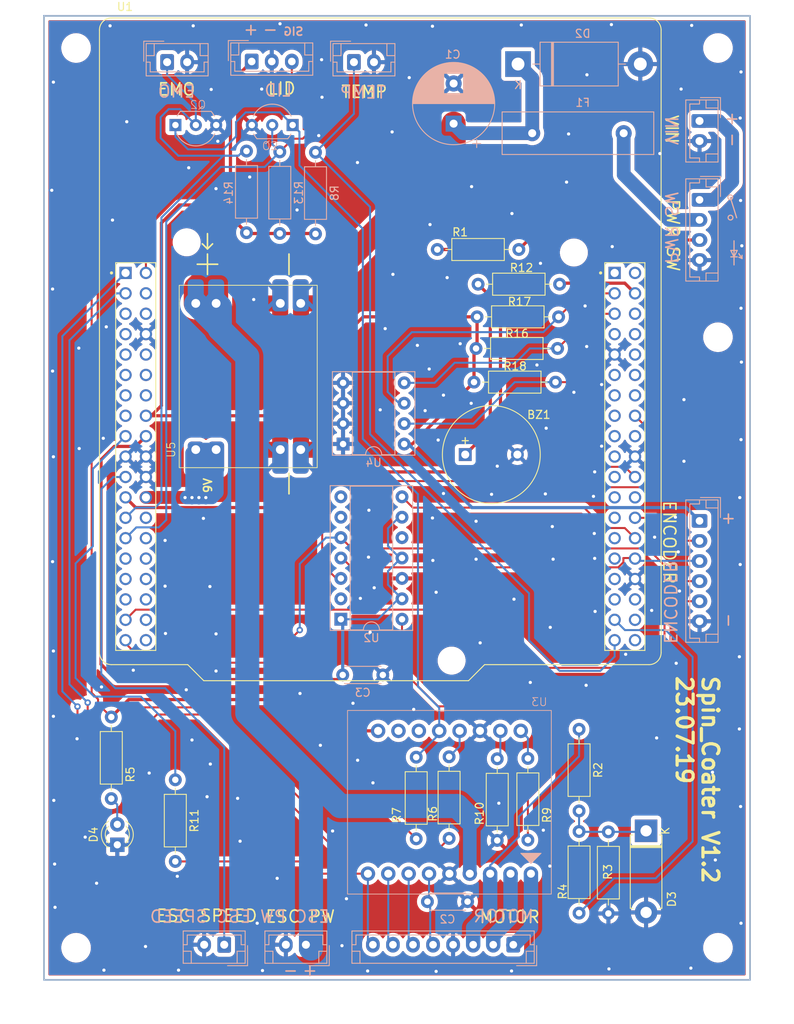
<source format=kicad_pcb>
(kicad_pcb (version 20221018) (generator pcbnew)
  (layers (0 "F.Cu" signal) (31 "B.Cu" signal) (34 "B.Paste" user) (35 "F.Paste" user) (36 "B.SilkS" user "B.Silkscreen") (37 "F.SilkS" user "F.Silkscreen") (38 "B.Mask" user) (39 "F.Mask" user) (44 "Edge.Cuts" user))
  (net 0 "")
  (net 1 "Net-(BZ1--)")
  (net 2 "GND")
  (net 3 "+24V")
  (net 4 "Net-(Q2-D)")
  (net 5 "Net-(J3-Pin_2)")
  (net 6 "+12V")
  (net 7 "Net-(D3-K)")
  (net 12 "Net-(J1-Pin_1)")
  (net 17 "Net-(D4-A)")
  (net 18 "Net-(J5-Pin_2)")
  (net 19 "Net-(J3-Pin_1)")
  (net 20 "Net-(J3-Pin_3)")
  (net 21 "Net-(J3-Pin_6)")
  (net 22 "Net-(J3-Pin_7)")
  (net 23 "Net-(J3-Pin_8)")
  (net 24 "EMO")
  (net 32 "Net-(J5-Pin_3)")
  (net 34 "TEMP")
  (net 38 "ENC_CS")
  (net 39 "SCK")
  (net 40 "MOSI")
  (net 44 "+5V")
  (net 50 "MISO")
  (net 54 "PWM_SPEED")
  (net 58 "cRPM_METER")
  (net 61 "SW_LED")
  (net 63 "Lid_Sensor")
  (net 66 "+3V3")
  (net 67 "Net-(U3-DIR)")
  (net 68 "DIR")
  (net 70 "DRV_EN")
  (net 71 "Net-(U3-Speed_SET)")
  (net 72 "aSPEED")
  (net 75 "Net-(U3-CUR_LIM)")
  (net 76 "pBuzzer")
  (net 78 "SDA")
  (net 79 "SCL")
  (net 80 "WP")
  (net 81 "ADC_CS")
  (net 82 "ADC_UPDATE")
  (net 85 "Phase_MON")
  (net 86 "READY_IN")
  (footprint "Resistor_THT:R_Axial_DIN0207_L6.3mm_D2.5mm_P10.16mm_Horizontal" (layer "F.Cu") (at 98.243 61.474 180)
    (fp_text reference "R1")
    (fp_text value "100")
  )
  (footprint "Resistor_THT:R_Axial_DIN0207_L6.3mm_D2.5mm_P10.16mm_Horizontal" (layer "F.Cu") (at 85.45 134.83 90)
    (fp_text reference "R7")
    (fp_text value "100")
  )
  (footprint "Resistor_THT:R_Axial_DIN0207_L6.3mm_D2.5mm_P10.16mm_Horizontal" (layer "F.Cu") (at 55.428 127.487 -90)
    (fp_text reference "R11")
    (fp_text value "330")
  )
  (footprint "Resistor_THT:R_Axial_DIN0207_L6.3mm_D2.5mm_P10.16mm_Horizontal" (layer "F.Cu") (at 89.55 124.62 -90)
    (fp_text reference "R6")
    (fp_text value "10k")
  )
  (footprint "MountingHole:MountingHole_3.2mm_M3" (layer "F.Cu") (at 43.061 36.391)
    (fp_text reference "REF**" hide)
    (fp_text value "MountingHole_3.2mm_M3")
  )
  (footprint "Resistor_THT:R_Axial_DIN0207_L6.3mm_D2.5mm_P10.16mm_Horizontal" (layer "F.Cu") (at 93.163 65.792)
    (fp_text reference "R12")
    (fp_text value "100")
  )
  (footprint "Resistor_THT:R_Axial_DIN0207_L6.3mm_D2.5mm_P10.16mm_Horizontal" (layer "F.Cu") (at 105.75 144.08 90)
    (fp_text reference "R4")
    (fp_text value "100")
  )
  (footprint "Resistor_THT:R_Axial_DIN0207_L6.3mm_D2.5mm_P10.16mm_Horizontal" (layer "F.Cu") (at 92.909 73.793)
    (fp_text reference "R16")
    (fp_text value "4.7k")
  )
  (footprint "Symbol:DCDC_SZH-PWSD-026" (layer "F.Cu") (at 64.516 77.2795 90)
    (fp_text reference "U5")
    (fp_text value "SZH-PWSD-026")
  )
  (footprint "Module:ST_NUCLEO-F401RE" (layer "F.Cu") (at 80.9752 73.899)
    (fp_text reference "U1")
    (fp_text value "NUCLEO-F401RE")
  )
  (footprint "Resistor_THT:R_Axial_DIN0207_L6.3mm_D2.5mm_P10.16mm_Horizontal" (layer "F.Cu") (at 109.403 133.964 -90)
    (fp_text reference "R3")
    (fp_text value "10k")
  )
  (footprint "Resistor_THT:R_Axial_DIN0207_L6.3mm_D2.5mm_P10.16mm_Horizontal" (layer "F.Cu") (at 105.75 121.2 -90)
    (fp_text reference "R2")
    (fp_text value "75k")
  )
  (footprint "MountingHole:MountingHole_3.2mm_M3" (layer "F.Cu") (at 123.061 148.391 90)
    (fp_text reference "REF**" hide)
    (fp_text value "MountingHole_3.2mm_M3")
  )
  (footprint "Buzzer_Beeper:MagneticBuzzer_ProSignal_ABT-410-RC" (layer "F.Cu") (at 91.564 87.001)
    (fp_text reference "BZ1")
    (fp_text value "IMT12D2001AP-Buzzer")
  )
  (footprint "Diode_THT:D_5W_P10.16mm_Horizontal" (layer "F.Cu") (at 114.102 133.837 -90)
    (fp_text reference "D3")
    (fp_text value "Zener_3.3V")
  )
  (footprint "LED_THT:LED_D3.0mm" (layer "F.Cu") (at 48.2 135.575 90)
    (fp_text reference "D4")
    (fp_text value "LED")
  )
  (footprint "MountingHole:MountingHole_3.2mm_M3" (layer "F.Cu") (at 43.061 148.391 90)
    (fp_text reference "REF**" hide)
    (fp_text value "MountingHole_3.2mm_M3")
  )
  (footprint "Resistor_THT:R_Axial_DIN0207_L6.3mm_D2.5mm_P10.16mm_Horizontal" (layer "F.Cu") (at 93.036 69.856)
    (fp_text reference "R17")
    (fp_text value "4.7k")
  )
  (footprint "Resistor_THT:R_Axial_DIN0207_L6.3mm_D2.5mm_P10.16mm_Horizontal" (layer "F.Cu") (at 99.37 124.82 -90)
    (fp_text reference "R9")
    (fp_text value "100")
  )
  (footprint "Resistor_THT:R_Axial_DIN0207_L6.3mm_D2.5mm_P10.16mm_Horizontal" (layer "F.Cu") (at 92.655 77.984)
    (fp_text reference "R18")
    (fp_text value "4.7k")
  )
  (footprint "Resistor_THT:R_Axial_DIN0207_L6.3mm_D2.5mm_P10.16mm_Horizontal" (layer "F.Cu") (at 47.45 119.67 -90)
    (fp_text reference "R5")
    (fp_text value "330")
  )
  (footprint "MountingHole:MountingHole_3.2mm_M3" (layer "F.Cu") (at 123.061 36.391)
    (fp_text reference "REF**" hide)
    (fp_text value "MountingHole_3.2mm_M3")
  )
  (footprint "Resistor_THT:R_Axial_DIN0207_L6.3mm_D2.5mm_P10.16mm_Horizontal" (layer "F.Cu") (at 95.55 135.03 90)
    (fp_text reference "R10")
    (fp_text value "4.7k")
  )
  (footprint "MountingHole:MountingHole_3.2mm_M3" (layer "F.Cu") (at 123.061 72.391 90)
    (fp_text reference "REF**" hide)
    (fp_text value "MountingHole_3.2mm_M3")
  )
  (footprint "Connector_Pin:MAXON_DRV" (layer "B.Cu") (at 89.591 130.281 90)
    (fp_text reference "U3")
    (fp_text value "367661")
  )
  (footprint "Connector_JST:JST_EH_B4B-EH-A_1x04_P2.50mm_Vertical" (layer "B.Cu") (at 120.761 55.291 -90)
    (fp_text reference "J5" hide)
    (fp_text value "Conn_01x04_Pin")
  )
  (footprint "Connector_JST:JST_EH_B2B-EH-A_1x02_P2.50mm_Vertical" (layer "B.Cu") (at 120.761 45.472 -90)
    (fp_text reference "J1" hide)
    (fp_text value "Conn_01x02_Pin")
  )
  (footprint "Connector_JST:JST_EH_B8B-EH-A_1x08_P2.50mm_Vertical" (layer "B.Cu") (at 97.552 148.015 180)
    (fp_text reference "J3" hide)
    (fp_text value "Conn_01x08_Pin")
  )
  (footprint "Resistor_THT:R_Axial_DIN0207_L6.3mm_D2.5mm_P10.16mm_Horizontal" (layer "B.Cu") (at 68.45 59.48 90)
    (fp_text reference "R13")
    (fp_text value "10k")
  )
  (footprint "Fuse:Fuse_Littelfuse-LVR100" (layer "B.Cu") (at 99.909 46.996)
    (fp_text reference "F1")
    (fp_text value "Fuse_3A")
  )
  (footprint "Connector_JST:JST_EH_B2B-EH-A_1x02_P2.50mm_Vertical" (layer "B.Cu") (at 61.524 148.015 180)
    (fp_text reference "J8" hide)
    (fp_text value "Conn_01x02_Pin")
  )
  (footprint "Connector_JST:JST_EH_B2B-EH-A_1x02_P2.50mm_Vertical" (layer "B.Cu") (at 77.689 38.152)
    (fp_text reference "J6" hide)
    (fp_text value "Conn_01x02_Pin")
  )
  (footprint "Diode_THT:D_DO-201AD_P15.24mm_Horizontal" (layer "B.Cu") (at 98.141 38.391)
    (fp_text reference "D2")
    (fp_text value "1N5401")
  )
  (footprint "Resistor_THT:R_Axial_DIN0207_L6.3mm_D2.5mm_P10.16mm_Horizontal" (layer "B.Cu") (at 64.3 59.38 90)
    (fp_text reference "R14")
    (fp_text value "10k")
  )
  (footprint "Resistor_THT:R_Axial_DIN0207_L6.3mm_D2.5mm_P10.16mm_Horizontal" (layer "B.Cu") (at 72.9 59.53 90)
    (fp_text reference "R8")
    (fp_text value "10k")
  )
  (footprint "Package_DIP:DIP-8_W7.62mm_Socket" (layer "B.Cu") (at 76.337 85.6896)
    (fp_text reference "U4")
    (fp_text value "24LC512")
  )
  (footprint "Package_TO_SOT_THT:TO-92L_Inline_Wide_ECB" (layer "B.Cu") (at 67.509 45.98)
    (fp_text reference "Q3")
    (fp_text value "NPN")
  )
  (footprint "Connector_JST:JST_EH_B2B-EH-A_1x02_P2.50mm_Vertical" (layer "B.Cu") (at 71.704 148.015 180)
    (fp_text reference "J9" hide)
    (fp_text value "Conn_01x02_Pin")
  )
  (footprint "Connector_JST:JST_EH_B6B-EH-A_1x06_P2.50mm_Vertical" (layer "B.Cu") (at 120.761 95.256 -90)
    (fp_text reference "J7" hide)
    (fp_text value "Conn_01x06_Pin")
  )
  (footprint "Capacitor_THT:CP_Radial_D10.0mm_P5.00mm" (layer "B.Cu") (at 90.115 45.807677 90)
    (fp_text reference "C1")
    (fp_text value "330uF / 50V")
  )
  (footprint "Connector_JST:JST_EH_B2B-EH-A_1x02_P2.50mm_Vertical" (layer "B.Cu") (at 54.408 38.152)
    (fp_text reference "J4" hide)
    (fp_text value "Conn_01x02_Pin")
  )
  (footprint "Capacitor_THT:C_Disc_D4.3mm_W1.9mm_P5.00mm" (layer "B.Cu") (at 76.292 114.433)
    (fp_text reference "C3")
    (fp_text value "100nF")
  )
  (footprint "Capacitor_THT:C_Disc_D4.3mm_W1.9mm_P5.00mm" (layer "B.Cu") (at 86.85 142.65)
    (fp_text reference "C2")
    (fp_text value "100nF")
  )
  (footprint "Package_TO_SOT_THT:TO-92L_Inline_Wide_ECB" (layer "B.Cu") (at 57.984 45.98 180)
    (fp_text reference "Q2")
    (fp_text value "NPN")
  )
  (footprint "Package_DIP:DIP-14_W7.62mm_Socket" (layer "B.Cu") (at 76.0618 107.4978)
    (fp_text reference "U2")
    (fp_text value "MCP4922-EP")
  )
  (footprint "Connector_JST:JST_EH_B3B-EH-A_1x03_P2.50mm_Vertical" (layer "B.Cu") (at 64.949 38.071)
    (fp_text reference "J2" hide)
    (fp_text value "Conn_01x03_Pin")
  )
  (gr_line (start 127.061 152.391) (end 39.061 152.391) (stroke (width 0.1)) (layer "F.Cu"))
  (gr_line (start 127.061 32.391) (end 127.061 152.391) (stroke (width 0.1)) (layer "F.Cu"))
  (gr_line (start 39.061 152.391) (end 39.061 32.391) (stroke (width 0.1)) (layer "F.Cu"))
  (gr_line (start 39.061 32.391) (end 127.061 32.391) (stroke (width 0.1)) (layer "F.Cu"))
  (gr_rect (start 39.061 32.391) (end 127.061 152.391) (stroke (width 0.2)) (fill none) (layer "B.Cu"))
  (gr_line (start 124.661 61.591) (end 125.061 62.391) (stroke (width 0.15)) (layer "B.SilkS"))
  (gr_line (start 126.061 62.591) (end 126.061 62.191) (stroke (width 0.15)) (layer "B.SilkS"))
  (gr_line (start 125.061 60.391) (end 125.061 63.391) (stroke (width 0.15)) (layer "B.SilkS"))
  (gr_line (start 126.061 62.591) (end 125.673693 62.434709) (stroke (width 0.15)) (layer "B.SilkS"))
  (gr_circle (center 124.622682 57.501608) (end 124.884712 57.362131) (stroke (width 0.15)) (fill none) (layer "B.SilkS"))
  (gr_line (start 124.661 62.391) (end 125.461 62.391) (stroke (width 0.15)) (layer "B.SilkS"))
  (gr_line (start 125.661 61.991) (end 126.061 62.591) (stroke (width 0.15)) (layer "B.SilkS"))
  (gr_line (start 125.461 61.591) (end 124.661 61.591) (stroke (width 0.15)) (layer "B.SilkS"))
  (gr_circle (center 124.592102 54.969411) (end 124.854132 54.829934) (stroke (width 0.15)) (fill none) (layer "B.SilkS"))
  (gr_line (start 124.592102 54.969411) (end 125.391896 57.521948) (stroke (width 0.15)) (layer "B.SilkS"))
  (gr_line (start 125.061 62.391) (end 125.461 61.591) (stroke (width 0.15)) (layer "B.SilkS"))
  (gr_rect (start 39.061 32.391) (end 127.061 152.391) (stroke (width 0.1)) (fill none) (layer "Edge.Cuts"))
  (gr_text "SIG" (at 71.501 34.925) (layer "B.SilkS") (effects (font (size 1 1) (thickness 0.2) bold) (justify left bottom mirror)))
  (gr_text "MOTOR" (at 100.2284 145.3388) (layer "B.SilkS") (effects (font (size 1.5 1.5) (thickness 0.2) bold) (justify left bottom mirror)))
  (gr_text "-" (at 68.7324 150.5204 180) (layer "B.SilkS") (effects (font (size 1.5 1.5) (thickness 0.2) bold) (justify left bottom mirror)))
  (gr_text "-" (at 123.5964 108.712 -90) (layer "B.SilkS") (effects (font (size 1.5 1.5) (thickness 0.2) bold) (justify left bottom mirror)))
  (gr_text "ESC PW" (at 74.7776 145.3896) (layer "B.SilkS") (effects (font (size 1.5 1.5) (thickness 0.2) bold) (justify left bottom mirror)))
  (gr_text "+" (at 123.5964 96.0374 -90) (layer "B.SilkS") (effects (font (size 1.5 1.5) (thickness 0.2) bold) (justify left bottom mirror)))
  (gr_text "-" (at 68.326 34.925) (layer "B.SilkS") (effects (font (size 1.5 1.5) (thickness 0.2) bold) (justify left bottom mirror)))
  (gr_text "-" (at 124.061 48.891 270) (layer "B.SilkS") (effects (font (size 1.5 1.5) (thickness 0.2) bold) (justify left bottom mirror)))
  (gr_text "LID" (at 70.104 42.545) (layer "B.SilkS") (effects (font (size 1.5 1.5) (thickness 0.2) bold) (justify left bottom mirror)))
  (gr_text "EMO" (at 58.039 42.672) (layer "B.SilkS") (effects (font (size 1.5 1.5) (thickness 0.2) bold) (justify left bottom mirror)))
  (gr_text "PWR SW" (at 116.361 63.391 -90) (layer "B.SilkS") (effects (font (size 1.5 1.5) (thickness 0.2) bold) (justify left bottom mirror)))
  (gr_text "+" (at 65.913 34.925) (layer "B.SilkS") (effects (font (size 1.5 1.5) (thickness 0.2) bold) (justify left bottom mirror)))
  (gr_text "TEMP" (at 81.788 42.799) (layer "B.SilkS") (effects (font (size 1.5 1.5) (thickness 0.2) bold) (justify left bottom mirror)))
  (gr_text "+" (at 71.1454 150.5204 180) (layer "B.SilkS") (effects (font (size 1.5 1.5) (thickness 0.2) bold) (justify left bottom mirror)))
  (gr_text "ENCODER" (at 116.2304 110.6932 -90) (layer "B.SilkS") (effects (font (size 1.5 1.5) (thickness 0.2) bold) (justify left bottom mirror)))
  (gr_text "VIN" (at 116.361 48.591 -90) (layer "B.SilkS") (effects (font (size 1.5 1.5) (thickness 0.2) bold) (justify left bottom mirror)))
  (gr_text "+" (at 124.061 46.291 270) (layer "B.SilkS") (effects (font (size 1.5 1.5) (thickness 0.2) bold) (justify left bottom mirror)))
  (gr_text "ESC SPEED" (at 64.9732 145.3896) (layer "B.SilkS") (effects (font (size 1.5 1.5) (thickness 0.2) bold) (justify left bottom mirror)))
  (gr_text "VIN" (at 116.4336 44.6024 -90) (layer "F.SilkS") (effects (font (size 1.5 1.5) (thickness 0.2) bold) (justify left bottom)))
  (gr_text "Spin_Coater V1.2\n23.07.19" (at 117.7036 114.3508 270) (layer "F.SilkS") (effects (font (size 2 2) (thickness 0.4) bold) (justify left bottom)))
  (gr_text "ENCODER" (at 116.1288 92.6084 -90) (layer "F.SilkS") (effects (font (size 1.5 1.5) (thickness 0.2) bold) (justify left bottom)))
  (gr_text "ESC SPEED" (at 52.9336 145.288) (layer "F.SilkS") (effects (font (size 1.5 1.5) (thickness 0.2) bold) (justify left bottom)))
  (gr_text "MOTOR" (at 93.218 145.4404) (layer "F.SilkS") (effects (font (size 1.5 1.5) (thickness 0.2) bold) (justify left bottom)))
  (gr_text "ESC PW" (at 66.548 145.3896) (layer "F.SilkS") (effects (font (size 1.5 1.5) (thickness 0.2) bold) (justify left bottom)))
  (gr_text "PWR SW" (at 116.586 55.0672 -90) (layer "F.SilkS") (effects (font (size 1.5 1.5) (thickness 0.2) bold) (justify left bottom)))
  (gr_text "EMO" (at 53.1368 42.418) (layer "F.SilkS") (effects (font (size 1.5 1.5) (thickness 0.2) bold) (justify left bottom)))
  (gr_text "LID" (at 66.8528 42.3164) (layer "F.SilkS") (effects (font (size 1.5 1.5) (thickness 0.2) bold) (justify left bottom)))
  (gr_text "TEMP" (at 75.9968 42.7228) (layer "F.SilkS") (effects (font (size 1.5 1.5) (thickness 0.2) bold) (justify left bottom)))
  (segment (start 94.687 67.316) (end 94.687 83.878) (width 0.4) (layer "F.Cu") (net 1))
  (segment (start 93.163 65.792) (end 94.687 67.316) (width 0.4) (layer "F.Cu") (net 1))
  (segment (start 94.687 83.878) (end 91.564 87.001) (width 0.4) (layer "F.Cu") (net 1))
  (segment (start 68.5 86.4) (end 68.5 84.2765) (width 2) (layer "F.Cu") (net 2))
  (segment (start 68.5 86.4) (end 66.3765 86.4) (width 2) (layer "F.Cu") (net 2))
  (segment (start 71.1 86.4) (end 73.2235 86.4) (width 2) (layer "F.Cu") (net 2))
  (segment (start 71.1 68.3) (end 71.1 70.4235) (width 2) (layer "F.Cu") (net 2))
  (segment (start 68.5 68.2) (end 66.3765 68.2) (width 2) (layer "F.Cu") (net 2))
  (segment (start 71.056 68.1795) (end 73.1795 68.1795) (width 2) (layer "F.Cu") (net 2))
  (segment (start 68.5 68.3) (end 68.5 70.4235) (width 2) (layer "F.Cu") (net 2))
  (segment (start 71.1 86.4) (end 71.1 84.2765) (width 2) (layer "F.Cu") (net 2))
  (via (at 40.4368 143.3576) (size 0.8) (drill 0.4) (layers "F.Cu" "B.Cu") (net 2))
  (via (at 87.5284 100.1776) (size 0.8) (drill 0.4) (layers "F.Cu" "B.Cu") (net 2))
  (via (at 101.2952 133.7564) (size 0.8) (drill 0.4) (layers "F.Cu" "B.Cu") (net 2))
  (via (at 60.5028 109.3216) (size 0.8) (drill 0.4) (layers "F.Cu" "B.Cu") (net 2))
  (via (at 82.55 64.5668) (size 0.8) (drill 0.4) (layers "F.Cu" "B.Cu") (net 2))
  (via (at 63.5 135.128) (size 0.8) (drill 0.4) (layers "F.Cu" "B.Cu") (net 2))
  (via (at 87.9348 151.3332) (size 0.8) (drill 0.4) (layers "F.Cu" "B.Cu") (net 2))
  (via (at 102.1588 108.5088) (size 0.8) (drill 0.4) (layers "F.Cu" "B.Cu") (net 2))
  (via (at 119.7864 33.5788) (size 0.8) (drill 0.4) (layers "F.Cu" "B.Cu") (net 2))
  (via (at 40.2336 40.64) (size 0.8) (drill 0.4) (layers "F.Cu" "B.Cu") (net 2))
  (via (at 46.5328 151.1808) (size 0.8) (drill 0.4) (layers "F.Cu" "B.Cu") (net 2))
  (via (at 40.2336 111.4552) (size 0.8) (drill 0.4) (layers "F.Cu" "B.Cu") (net 2))
  (via (at 79.557 93.9292) (size 0.8) (drill 0.4) (layers "F.Cu" "B.Cu") (net 2))
  (via (at 76.7588 142.2908) (size 0.8) (drill 0.4) (layers "F.Cu" "B.Cu") (net 2))
  (via (at 85.598 73.406) (size 0.8) (drill 0.4) (layers "F.Cu" "B.Cu") (net 2))
  (via (at 99.6696 115.3668) (size 0.8) (drill 0.4) (layers "F.Cu" "B.Cu") (net 2))
  (via (at 118.8212 87.8332) (size 0.8) (drill 0.4) (layers "F.Cu" "B.Cu") (net 2))
  (via (at 80.0608 127.8636) (size 0.8) (drill 0.4) (layers "F.Cu" "B.Cu") (net 2))
  (via (at 79.1972 33.528) (size 0.8) (drill 0.4) (layers "F.Cu" "B.Cu") (net 2))
  (via (at 59.7916 125.5268) (size 0.8) (drill 0.4) (layers "F.Cu" "B.Cu") (net 2))
  (via (at 43.4 73.75) (size 0.8) (drill 0.4) (layers "F.Cu" "B.Cu") (net 2))
  (via (at 87.0712 76.3524) (size 0.8) (drill 0.4) (layers "F.Cu" "B.Cu") (net 2))
  (via (at 125.8316 45.1104) (size 0.8) (drill 0.4) (layers "F.Cu" "B.Cu") (net 2))
  (via (at 47.5996 57.8104) (size 0.8) (drill 0.4) (layers "F.Cu" "B.Cu") (net 2))
  (via (at 76.2 148.1328) (size 0.8) (drill 0.4) (layers "F.Cu" "B.Cu") (net 2))
  (via (at 115.4176 122.2756) (size 0.8) (drill 0.4) (layers "F.Cu" "B.Cu") (net 2))
  (via (at 105.1052 79.248) (size 0.8) (drill 0.4) (layers "F.Cu" "B.Cu") (net 2))
  (via (at 43.18 122.3772) (size 0.8) (drill 0.4) (layers "F.Cu" "B.Cu") (net 2))
  (via (at 73.3044 47.2948) (size 0.8) (drill 0.4) (layers "F.Cu" "B.Cu") (net 2))
  (via (at 40.386 137.9728) (size 0.8) (drill 0.4) (layers "F.Cu" "B.Cu") (net 2))
  (via (at 46.45 84.975) (size 0.8) (drill 0.4) (layers "F.Cu" "B.Cu") (net 2))
  (via (at 46.825 71.1) (size 0.8) (drill 0.4) (layers "F.Cu" "B.Cu") (net 2))
  (via (at 59.3852 129.5908) (size 0.8) (drill 0.4) (layers "F.Cu" "B.Cu") (net 2))
  (via (at 65.2 67.7) (size 0.8) (drill 0.4) (layers "F.Cu" "B.Cu") (net 2))
  (via (at 51.7144 148.2344) (size 0.8) (drill 0.4) (layers "F.Cu" "B.Cu") (net 2))
  (via (at 115.1636 97.282) (size 0.8) (drill 0.4) (layers "F.Cu" "B.Cu") (net 2))
  (via (at 78.4902 104.902) (size 0.8) (drill 0.4) (layers "F.Cu" "B.Cu") (net 2))
  (via (at 79.4004 151.2824) (size 0.8) (drill 0.4) (layers "F.Cu" "B.Cu") (net 2))
  (via (at 58.928 94.9452) (size 0.8) (drill 0.4) (layers "F.Cu" "B.Cu") (net 2))
  (via (at 119.6848 150.9268) (size 0.8) (drill 0.4) (layers "F.Cu" "B.Cu") (net 2))
  (via (at 114.8 106.4) (size 0.8) (drill 0.4) (layers "F.Cu" "B.Cu") (net 2))
  (via (at 57.658 33.6296) (size 0.8) (drill 0.4) (layers "F.Cu" "B.Cu") (net 2))
  (via (at 45.6184 140.3604) (size 0.8) (drill 0.4) (layers "F.Cu" "B.Cu") (net 2))
  (via (at 44.196 134.62) (size 0.8) (drill 0.4) (layers "F.Cu" "B.Cu") (net 2))
  (via (at 78.1304 50.6476) (size 0.8) (drill 0.4) (layers "F.Cu" "B.Cu") (net 2))
  (via (at 125.8824 55.372) (size 0.8) (drill 0.4) (layers "F.Cu" "B.Cu") (net 2))
  (via (at 86.5632 81.534) (size 0.8) (drill 0.4) (layers "F.Cu" "B.Cu") (net 2))
  (via (at 77.5716 117.9576) (size 0.8) (drill 0.4) (layers "F.Cu" "B.Cu") (net 2))
  (via (at 73.5076 123.19) (size 0.8) (drill 0.4) (layers "F.Cu" "B.Cu") (net 2))
  (via (at 108.5596 85.9536) (size 0.8) (drill 0.4) (layers "F.Cu" "B.Cu") (net 2))
  (via (at 66.294 151.2316) (size 0.8) (drill 0.4) (layers "F.Cu" "B.Cu") (net 2))
  (via (at 40.2336 87.2744) (size 0.8) (drill 0.4) (layers "F.Cu" "B.Cu") (net 2))
  (via (at 98.552 33.528) (size 0.8) (drill 0.4) (layers "F.Cu" "B.Cu") (net 2))
  (via (at 125.8824 130.81) (size 0.8) (drill 0.4) (layers "F.Cu" "B.Cu") (net 2))
  (via (at 104.4448 47.0916) (size 0.8) (drill 0.4) (layers "F.Cu" "B.Cu") (net 2))
  (via (at 102.4128 95.9612) (size 0.8) (drill 0.4) (layers "F.Cu" "B.Cu") (net 2))
  (via (at 88.1888 85.1916) (size 0.8) (drill 0.4) (layers "F.Cu" "B.Cu") (net 2))
  (via (at 80.2174 103.5812) (size 0.8) (drill 0.4) (layers "F.Cu" "B.Cu") (net 2))
  (via (at 59.9 41.55) (size 0.8) (drill 0.4) (layers "F.Cu" "B.Cu") (net 2))
  (via (at 68.4784 33.3756) (size 0.8) (drill 0.4) (layers "F.Cu" "B.Cu") (net 2))
  (via (at 79.5062 99.7712) (size 0.8) (drill 0.4) (layers "F.Cu" "B.Cu") (net 2))
  (via (at 54.1528 103.378) (size 0.8) (drill 0.4) (layers "F.Cu" "B.Cu") (net 2))
  (via (at 40.2336 119.5832) (size 0.8) (drill 0.4) (layers "F.Cu" "B.Cu") (net 2))
  (via (at 40.132 66.3956) (size 0.8) (drill 0.4) (layers "F.Cu" "B.Cu") (net 2))
  (via (at 115.824 49.53) (size 0.8) (drill 0.4) (layers "F.Cu" "B.Cu") (net 2))
  (via (at 60.5 53.9) (size 0.8) (drill 0.4) (layers "F.Cu" "B.Cu") (net 2))
  (via (at 102.5144 100.0252) (size 0.8) (drill 0.4) (layers "F.Cu" "B.Cu") (net 2))
  (via (at 125.73 121.158) (size 0.8) (drill 0.4) (layers "F.Cu" "B.Cu") (net 2))
  (via (at 70.9676 116.7384) (size 0.8) (drill 0.4) (layers "F.Cu" "B.Cu") (net 2))
  (via (at 107.696 99.9236) (size 0.8) (drill 0.4) (layers "F.Cu" "B.Cu") (net 2))
  (via (at 46.228 115.9256) (size 0.8) (drill 0.4) (layers "F.Cu" "B.Cu") (net 2))
  (via (at 87.4776 94.8944) (size 0.8) (drill 0.4) (layers "F.Cu" "B.Cu") (net 2))
  (via (at 87.1728 58.3692) (size 0.8) (drill 0.4) (layers "F.Cu" "B.Cu") (net 2))
  (via (at 107.5436 92.202) (size 0.8) (drill 0.4) (layers "F.Cu" "B.Cu") (net 2))
  (via (at 78.15 125.05) (size 0.8) (drill 0.4) (layers "F.Cu" "B.Cu") (net 2))
  (via (at 122.7328 137.4648) (size 0.8) (drill 0.4) (layers "F.Cu" "B.Cu") (net 2))
  (via (at 92.9132 95.3008) (size 0.8) (drill 0.4) (layers "F.Cu" "B.Cu") (net 2))
  (via (at 108.5596 78.2828) (size 0.8) (drill 0.4) (layers "F.Cu" "B.Cu") (net 2))
  (via (at 73.7108 42.5196) (size 0.8) (drill 0.4) (layers "F.Cu" "B.Cu") (net 2))
  (via (at 125.9332 39.37) (size 0.8) (drill 0.4) (layers "F.Cu" "B.Cu") (net 2))
  (via (at 55.6768 139.4968) (size 0.8) (drill 0.4) (layers "F.Cu" "B.Cu") (net 2))
  (via (at 40.132 100.33) (size 0.8) (drill 0.4) (layers "F.Cu" "B.Cu") (net 2))
  (via (at 59.7408 103.4288) (size 0.8) (drill 0.4) (layers "F.Cu" "B.Cu") (net 2))
  (via (at 126.0348 61.0108) (size 0.8) (drill 0.4) (layers "F.Cu" "B.Cu") (net 2))
  (via (at 66.1924 41.5036) (size 0.8) (drill 0.4) (layers "F.Cu" "B.Cu") (net 2))
  (via (at 97.3836 56.9976) (size 0.8) (drill 0.4) (layers "F.Cu" "B.Cu") (net 2))
  (via (at 107.6452 96.8248) (size 0.8) (drill 0.4) (layers "F.Cu" "B.Cu") (net 2))
  (via (at 102.108 138.2268) (size 0.8) (drill 0.4) (layers "F.Cu" "B.Cu") (net 2))
  (via (at 94.8436 91.948) (size 0.8) (drill 0.4) (layers "F.Cu" "B.Cu") (net 2))
  (via (at 109.474 151.0284) (size 0.8) (drill 0.4) (layers "F.Cu" "B.Cu") (net 2))
  (via (at 107.696 89.154) (size 0.8) (drill 0.4) (layers "F.Cu" "B.Cu") (net 2))
  (via (at 122.3772 126.5428) (size 0.8) (drill 0.4) (layers "F.Cu" "B.Cu") (net 2))
  (via (at 68.1228 139.7508) (size 0.8) (drill 0.4) (layers "F.Cu" "B.Cu") (net 2))
  (via (at 100.9396 63.1952) (size 0.8) (drill 0.4) (layers "F.Cu" "B.Cu") (net 2))
  (via (at 92.3544 53.6448) (size 0.8) (drill 0.4) (layers "F.Cu" "B.Cu") (net 2))
  (via (at 88.8492 79.6036) (size 0.8) (drill 0.4) (layers "F.Cu" "B.Cu") (net 2))
  (via (at 95.5548 88.4428) (size 0.8) (drill 0.4) (layers "F.Cu" "B.Cu") (net 2))
  (via (at 43.45 86.25) (size 0.8) (drill 0.4) (layers "F.Cu" "B.Cu") (net 2))
  (via (at 50.1904 113.8428) (size 0.8) (drill 0.4) (layers "F.Cu" "B.Cu") (net 2))
  (via (at 56.7944 116.2812) (size 0.8) (drill 0.4) (layers "F.Cu" "B.Cu") (net 2))
  (via (at 79.7094 109.1184) (size 0.8) (drill 0.4) (layers "F.Cu" "B.Cu") (net 2))
  (via (at 64.7 52.45) (size 0.8) (drill 0.4) (layers "F.Cu" "B.Cu") (net 2))
  (via (at 125.9332 68.7832) (size 0.8) (drill 0.4) (layers "F.Cu" "B.Cu") (net 2))
  (via (at 89.3064 64.9732) (size 0.8) (drill 0.4) (layers "F.Cu" "B.Cu") (net 2))
  (via (at 82.4484 46.8376) (size 0.8) (drill 0.4) (layers "F.Cu" "B.Cu") (net 2))
  (via (at 54.2036 109.2708) (size 0.8) (drill 0.4) (layers "F.Cu" "B.Cu") (net 2))
  (via (at 125.73 112.1664) (size 0.8) (drill 0.4) (layers "F.Cu" "B.Cu") (net 2))
  (via (at 88.8492 91.8464) (size 0.8) (drill 0.4) (layers "F.Cu" "B.Cu") (net 2))
  (via (at 81.5848 71.3232) (size 0.8) (drill 0.4) (layers "F.Cu" "B.Cu") (net 2))
  (via (at 125.9332 145.3388) (size 0.8) (drill 0.4) (layers "F.Cu" "B.Cu") (net 2))
  (via (at 75.0316 133.858) (size 0.8) (drill 0.4) (layers "F.Cu" "B.Cu") (net 2))
  (via (at 92.9132 100.0252) (size 0.8) (drill 0.4) (layers "F.Cu" "B.Cu") (net 2))
  (via (at 90.932 73.2028) (size 0.8) (drill 0.4) (layers "F.Cu" "B.Cu") (net 2))
  (via (at 118.11 99.1108) (size 0.8) (drill 0.4) (layers "F.Cu" "B.Cu") (net 2))
  (via (at 97.3328 151.2824) (size 0.8) (drill 0.4) (layers "F.Cu" "B.Cu") (net 2))
  (via (at 80.9614 81.4304) (size 0.8) (drill 0.4) (layers "F.Cu" "B.Cu") (net 2))
  (via (at 93.4212 110.4392) (size 0.8) (drill 0.4) (layers "F.Cu" "B.Cu") (net 2))
  (via (at 118.8212 80.1624) (size 0.8) (drill 0.4) (layers "F.Cu" "B.Cu") (net 2))
  (via (at 49.3776 45.5676) (size 0.8) (drill 0.4) (layers "F.Cu" "B.Cu") (net 2))
  (via (at 87.4776 33.6804) (size 0.8) (drill 0.4) (layers "F.Cu" "B.Cu") (net 2))
  (via (at 85.1408 118.7196) (size 0.8) (drill 0.4) (layers "F.Cu" "B.Cu") (net 2))
  (via (at 106.7308 39.7256) (size 0.8) (drill 0.4) (layers "F.Cu" "B.Cu") (net 2))
  (via (at 125.7808 92.3544) (size 0.8) (drill 0.4) (layers "F.Cu" "B.Cu") (net 2))
  (via (at 106.5 68.5) (size 0.8) (drill 0.4) (layers "F.Cu" "B.Cu") (net 2))
  (via (at 40.132 76.6064) (size 0.8) (drill 0.4) (layers "F.Cu" "B.Cu") (net 2))
  (via (at 70.6 56.55) (size 0.8) (drill 0.4) (layers "F.Cu" "B.Cu") (net 2))
  (via (at 97.6376 105.0036) (size 0.8) (drill 0.4) (layers "F.Cu" "B.Cu") (net 2))
  (via (at 54.1528 97.6884) (size 0.8) (drill 0.4) (layers "F.Cu" "B.Cu") (net 2))
  (via (at 101.6508 83.7184) (size 0.8) (drill 0.4) (layers "F.Cu" "B.Cu") (net 2))
  (via (at 40.2844 130.048) (size 0.8) (drill 0.4) (layers "F.Cu" "B.Cu") (net 2))
  (via (at 117.7544 94.7928) (size 0.8) (drill 0.4) (layers "F.Cu" "B.Cu") (net 2))
  (via (at 118.2624 103.9876) (size 0.8) (drill 0.4) (layers "F.Cu" "B.Cu") (net 2))
  (via (at 104.1908 53.086) (size 0.8) (drill 0.4) (layers "F.Cu" "B.Cu") (net 2))
  (via (at 84.582 40.0812) (size 0.8) (drill 0.4) (layers "F.Cu" "B.Cu") (net 2))
  (via (at 55.8292 151.1808) (size 0.8) (drill 0.4) (layers "F.Cu" "B.Cu") (net 2))
  (via (at 57.1 51.3) (size 0.8) (drill 0.4) (layers "F.Cu" "B.Cu") (net 2))
  (via (at 63.1952 129.794) (size 0.8) (drill 0.4) (layers "F.Cu" "B.Cu") (net 2))
  (via (at 95.75 130.4) (size 0.8) (drill 0.4) (layers "F.Cu" "B.Cu") (net 2))
  (via (at 125.9332 85.1408) (size 0.8) (drill 0.4) (layers "F.Cu" "B.Cu") (net 2))
  (via (at 87.9348 104.14) (size 0.8) (drill 0.4) (layers "F.Cu" "B.Cu") (net 2))
  (via (at 60.725 48) (size 0.8) (drill 0.4) (layers "F.Cu" "B.Cu") (net 2))
  (via (at 107.7468 106.5276) (size 0.8) (drill 0.4) (layers "F.Cu" "B.Cu") (net 2))
  (via (at 52.1716 126.6444) (size 0.8) (drill 0.4) (layers "F.Cu" "B.Cu") (net 2))
  (via (at 109.8804 61.1124) (size 0.8) (drill 0.4) (layers "F.Cu" "B.Cu") (net 2))
  (via (at 60.5028 113.9444) (size 0.8) (drill 0.4) (layers "F.Cu" "B.Cu") (net 2))
  (via (at 111.5568 111.8616) (size 0.8) (drill 0.4) (layers "F.Cu" "B.Cu") (net 2))
  (via (at 40.0304 54.102) (size 0.8) (drill 0.4) (layers "F.Cu" "B.Cu") (net 2))
  (via (at 109.7788 33.4772) (size 0.8) (drill 0.4) (layers "F.Cu" "B.Cu") (net 2))
  (via (at 47.2948 33.6296) (size 0.8) (drill 0.4) (layers "F.Cu" "B.Cu") (net 2))
  (via (at 125.8316 100.6856) (size 0.8) (drill 0.4) (layers "F.Cu" "B.Cu") (net 2))
  (via (at 65.6336 145.3388) (size 0.8) (drill 0.4) (layers "F.Cu" "B.Cu") (net 2))
  (via (at 106.6292 115.7224) (size 0.8) (drill 0.4) (layers "F.Cu" "B.Cu") (net 2))
  (via (at 106.7 73.55) (size 0.8) (drill 0.4) (layers "F.Cu" "B.Cu") (net 2))
  (via (at 125.984 75.4888) (size 0.8) (drill 0.4) (layers "F.Cu" "B.Cu") (net 2))
  (via (at 73.66 37.846) (size 0.8) (drill 0.4) (layers "F.Cu" "B.Cu") (net 2))
  (via (at 100.5 75.85) (size 0.8) (drill 0.4) (layers "F.Cu" "B.Cu") (net 2))
  (via (at 92.3036 80.6196) (size 0.8) (drill 0.4) (layers "F.Cu" "B.Cu") (net 2))
  (via (at 117.856 112.9792) (size 0.8) (drill 0.4) (layers "F.Cu" "B.Cu") (net 2))
  (via (at 101.5492 91.8972) (size 0.8) (drill 0.4) (layers "F.Cu" "B.Cu") (net 2))
  (via (at 118.4656 41.5036) (size 0.8) (drill 0.4) (layers "F.Cu" "B.Cu") (net 2))
  (via (at 57.5056 122.5296) (size 0.8) (drill 0.4) (layers "F.Cu" "B.Cu") (net 2))
  (segment (start 65.024 46.035) (end 64.969 45.98) (width 0.25) (layer "B.Cu") (net 2))
  (segment (start 99.9236 40.1736) (end 99.9236 46.9814) (width 1.7) (layer "F.Cu") (net 3))
  (segment (start 91.303323 46.996) (end 90.115 45.807677) (width 1.7) (layer "F.Cu") (net 3))
  (segment (start 61.6204 62.6618) (end 57.976 66.3062) (width 3) (layer "F.Cu") (net 3))
  (segment (start 90.115 45.807677) (end 90.115 49.5088) (width 3) (layer "F.Cu") (net 3))
  (segment (start 60.516 63.7662) (end 60.516 68.1795) (width 3) (layer "F.Cu") (net 3))
  (segment (start 99.909 46.996) (end 91.303323 46.996) (width 1.7) (layer "F.Cu") (net 3))
  (segment (start 61.6204 62.6618) (end 60.516 63.7662) (width 3) (layer "F.Cu") (net 3))
  (segment (start 98.141 38.391) (end 99.9236 40.1736) (width 1.7) (layer "F.Cu") (net 3))
  (segment (start 57.976 66.3062) (end 57.976 68.1795) (width 3) (layer "F.Cu") (net 3))
  (segment (start 90.115 49.5088) (end 76.962 62.6618) (width 3) (layer "F.Cu") (net 3))
  (segment (start 99.9236 46.9814) (end 99.909 46.996) (width 1.7) (layer "F.Cu") (net 3))
  (segment (start 76.962 62.6618) (end 61.6204 62.6618) (width 3) (layer "F.Cu") (net 3))
  (segment (start 72.3392 127.1262) (end 72.3392 148.4884) (width 3) (layer "B.Cu") (net 3))
  (segment (start 71.704 126.491) (end 71.7296 126.5166) (width 1.7) (layer "B.Cu") (net 3))
  (segment (start 60.9772 71.1807) (end 58.01372 68.21722) (width 3) (layer "B.Cu") (net 3))
  (segment locked (start 99.909 46.996) (end 91.303323 46.996) (width 1.7) (layer "B.Cu") (net 3))
  (segment (start 71.704 126.491) (end 64.4 119.187) (width 3) (layer "B.Cu") (net 3))
  (segment (start 71.704 126.491) (end 75.963 130.75) (width 3) (layer "B.Cu") (net 3))
  (segment (start 87.051 139.171) (end 87.051 142.453) (width 0.25) (layer "B.Cu") (net 3))
  (segment (start 71.704 148.015) (end 71.704 145.72) (width 1.7) (layer "B.Cu") (net 3))
  (segment (start 87.198 142.6) (end 87.198 147.707) (width 0.25) (layer "B.Cu") (net 3))
  (segment (start 87.051 142.453) (end 87.198 142.6) (width 0.25) (layer "B.Cu") (net 3))
  (segment (start 90.55 130.75) (end 92.131 132.331) (width 3) (layer "B.Cu") (net 3))
  (segment (start 92.131 139.171) (end 92.131 132.331) (width 1.7) (layer "B.Cu") (net 3))
  (segment (start 60.9772 71.3772) (end 60.9772 68.6407) (width 3) (layer "B.Cu") (net 3))
  (segment locked (start 91.303323 46.996) (end 90.115 45.807677) (width 1.7) (layer "B.Cu") (net 3))
  (segment (start 75.963 130.75) (end 90.55 130.75) (width 3) (layer "B.Cu") (net 3))
  (segment (start 60.9772 71.3772) (end 60.9772 71.1807) (width 3) (layer "B.Cu") (net 3))
  (segment (start 72.7456 146.7616) (end 72.7456 147.5232) (width 0.25) (layer "B.Cu") (net 3))
  (segment locked (start 99.909 40.159) (end 98.141 38.391) (width 1.7) (layer "B.Cu") (net 3))
  (segment locked (start 99.909 46.996) (end 99.909 40.159) (width 1.7) (layer "B.Cu") (net 3))
  (segment (start 60.9772 68.6407) (end 60.516 68.1795) (width 3) (layer "B.Cu") (net 3))
  (segment (start 87.198 147.707) (end 87.552 148.061) (width 0.25) (layer "B.Cu") (net 3))
  (segment (start 71.704 145.72) (end 72.7456 146.7616) (width 0.25) (layer "B.Cu") (net 3))
  (segment (start 64.4 74.8) (end 60.9772 71.3772) (width 3) (layer "B.Cu") (net 3))
  (segment (start 64.4 119.187) (end 64.4 74.8) (width 3) (layer "B.Cu") (net 3))
  (segment (start 71.7296 126.5166) (end 72.3392 127.1262) (width 3) (layer "B.Cu") (net 3))
  (segment (start 85.45 124.67) (end 88.321 121.799) (width 0.25) (layer "B.Cu") (net 4))
  (segment (start 88.321 118.521) (end 88.321 121.391) (width 0.25) (layer "B.Cu") (net 4))
  (segment (start 88.321 121.799) (end 88.321 121.391) (width 0.25) (layer "B.Cu") (net 4))
  (segment (start 57 49) (end 61.4 49) (width 0.25) (layer "B.Cu") (net 4))
  (segment (start 70.049 45.98) (end 70.9 46.831) (width 0.25) (layer "B.Cu") (net 4))
  (segment (start 68.469 44.4) (end 70.049 45.98) (width 0.25) (layer "B.Cu") (net 4))
  (segment (start 78.8 58.9) (end 78.8 85.0484) (width 0.25) (layer "B.Cu") (net 4))
  (segment (start 55.444 47.444) (end 57 49) (width 0.25) (layer "B.Cu") (net 4))
  (segment (start 64.2 44.4) (end 68.469 44.4) (width 0.25) (layer "B.Cu") (net 4))
  (segment (start 78.8 85.0484) (end 85.67 91.9184) (width 0.25) (layer "B.Cu") (net 4))
  (segment (start 85.67 91.9184) (end 85.67 115.87) (width 0.25) (layer "B.Cu") (net 4))
  (segment (start 63 45.6) (end 64.2 44.4) (width 0.25) (layer "B.Cu") (net 4))
  (segment (start 70.049 45.98) (end 70.625 46.556) (width 0.25) (layer "B.Cu") (net 4))
  (segment (start 55.444 45.98) (end 55.444 47.444) (width 0.25) (layer "B.Cu") (net 4))
  (segment (start 70.9 51) (end 78.8 58.9) (width 0.25) (layer "B.Cu") (net 4))
  (segment (start 61.4 49) (end 63 47.4) (width 0.25) (layer "B.Cu") (net 4))
  (segment (start 85.67 115.87) (end 88.321 118.521) (width 0.25) (layer "B.Cu") (net 4))
  (segment (start 63 47.4) (end 63 45.6) (width 0.25) (layer "B.Cu") (net 4))
  (segment (start 70.9 46.831) (end 70.9 51) (width 0.25) (layer "B.Cu") (net 4))
  (segment (start 97.211 139.171) (end 97.211 144.739) (width 1.8) (layer "B.Cu") (net 5))
  (segment (start 97.211 144.739) (end 95.052 146.898) (width 1.8) (layer "B.Cu") (net 5))
  (segment (start 95.052 146.898) (end 95.052 148.061) (width 1.8) (layer "B.Cu") (net 5))
  (segment (start 59.2328 92.3544) (end 56.642 92.3544) (width 1.6) (layer "F.Cu") (net 6))
  (segment (start 56.6226 92.335) (end 51.761 92.335) (width 1.6) (layer "F.Cu") (net 6))
  (segment (start 56.642 92.3544) (end 56.6226 92.335) (width 1.2) (layer "F.Cu") (net 6))
  (via (at 59.2328 92.3544) (size 0.8) (drill 0.4) (layers "F.Cu" "B.Cu") (net 6))
  (via (at 58.3692 92.3544) (size 0.8) (drill 0.4) (layers "F.Cu" "B.Cu") (net 6))
  (via (at 56.642 92.3544) (size 0.8) (drill 0.4) (layers "F.Cu" "B.Cu") (net 6))
  (via (at 57.5056 92.3544) (size 0.8) (drill 0.4) (layers "F.Cu" "B.Cu") (net 6))
  (segment (start 59.2134 92.335) (end 59.2134 87.6821) (width 1.7) (layer "B.Cu") (net 6))
  (segment locked (start 57.5056 92.3544) (end 57.4862 92.335) (width 1.7) (layer "B.Cu") (net 6))
  (segment locked (start 57.4862 92.335) (end 56.841 92.335) (width 1.7) (layer "B.Cu") (net 6))
  (segment (start 59.2134 87.6821) (end 60.516 86.3795) (width 1.7) (layer "B.Cu") (net 6))
  (segment locked (start 57.525 92.335) (end 57.5056 92.3544) (width 1.7) (layer "B.Cu") (net 6))
  (segment locked (start 59.2522 92.335) (end 59.2328 92.3544) (width 1.7) (layer "B.Cu") (net 6))
  (segment locked (start 58.3886 92.335) (end 58.3692 92.3544) (width 1.7) (layer "B.Cu") (net 6))
  (segment (start 59.508 92.335) (end 59.965 92.335) (width 1.7) (layer "B.Cu") (net 6))
  (segment locked (start 59.508 92.335) (end 59.2522 92.335) (width 1.7) (layer "B.Cu") (net 6))
  (segment (start 57.525 86.8305) (end 57.976 86.3795) (width 1.7) (layer "B.Cu") (net 6))
  (segment locked (start 58.3692 92.3544) (end 58.3498 92.335) (width 1.7) (layer "B.Cu") (net 6))
  (segment (start 59.965 92.335) (end 60.6 91.7) (width 1.7) (layer "B.Cu") (net 6))
  (segment locked (start 59.2328 92.3544) (end 59.2134 92.335) (width 1.7) (layer "B.Cu") (net 6))
  (segment (start 60.6 91.7) (end 60.6 86.4635) (width 1.7) (layer "B.Cu") (net 6))
  (segment (start 60.516 86.3795) (end 57.976 86.3795) (width 1.7) (layer "B.Cu") (net 6))
  (segment locked (start 58.3498 92.335) (end 57.525 92.335) (width 1.7) (layer "B.Cu") (net 6))
  (segment locked (start 59.2134 92.335) (end 58.3886 92.335) (width 1.7) (layer "B.Cu") (net 6))
  (segment (start 60.6 86.4635) (end 60.516 86.3795) (width 1.7) (layer "B.Cu") (net 6))
  (segment (start 57.525 92.335) (end 57.525 86.8305) (width 1.7) (layer "B.Cu") (net 6))
  (segment (start 113.975 133.964) (end 114.102 133.837) (width 0.25) (layer "B.Cu") (net 7))
  (segment (start 109.403 133.964) (end 113.975 133.964) (width 0.25) (layer "B.Cu") (net 7))
  (segment (start 105.593 133.964) (end 109.403 133.964) (width 0.25) (layer "B.Cu") (net 7))
  (segment (start 105.75 131.36) (end 105.75 133.807) (width 0.25) (layer "B.Cu") (net 7))
  (segment (start 105.75 133.807) (end 105.593 133.964) (width 0.25) (layer "B.Cu") (net 7))
  (segment (start 124.8156 47.1424) (end 124.8156 52.9994) (width 1.7) (layer "F.Cu") (net 12))
  (segment (start 124.8156 52.9994) (end 122.524 55.291) (width 1.7) (layer "F.Cu") (net 12))
  (segment (start 120.761 45.472) (end 123.1452 45.472) (width 1.7) (layer "F.Cu") (net 12))
  (segment (start 122.524 55.291) (end 120.761 55.291) (width 1.7) (layer "F.Cu") (net 12))
  (segment (start 123.1452 45.472) (end 124.8156 47.1424) (width 1.7) (layer "F.Cu") (net 12))
  (segment locked (start 123.142 45.472) (end 124.841 47.171) (width 1.7) (layer "B.Cu") (net 12))
  (segment locked (start 124.841 47.171) (end 124.841 53.011) (width 1.7) (layer "B.Cu") (net 12))
  (segment locked (start 122.561 55.291) (end 120.761 55.291) (width 1.7) (layer "B.Cu") (net 12))
  (segment locked (start 120.761 45.472) (end 123.142 45.472) (width 1.7) (layer "B.Cu") (net 12))
  (segment locked (start 124.841 53.011) (end 122.561 55.291) (width 1.7) (layer "B.Cu") (net 12))
  (segment (start 48.189 130.569) (end 48.189 133.024) (width 0.25) (layer "B.Cu") (net 17))
  (segment (start 47.45 129.83) (end 48.189 130.569) (width 0.25) (layer "B.Cu") (net 17))
  (segment (start 48.189 133.024) (end 48.2 133.035) (width 0.25) (layer "B.Cu") (net 17))
  (segment (start 111.309 52.127) (end 111.309 46.996) (width 1.7) (layer "F.Cu") (net 18))
  (segment (start 120.761 57.791) (end 116.973 57.791) (width 1.7) (layer "F.Cu") (net 18))
  (segment (start 116.973 57.791) (end 111.309 52.127) (width 1.7) (layer "F.Cu") (net 18))
  (segment locked (start 111.309 52.139) (end 111.309 46.996) (width 1.7) (layer "B.Cu") (net 18))
  (segment locked (start 120.761 57.791) (end 116.961 57.791) (width 1.7) (layer "B.Cu") (net 18))
  (segment locked (start 116.961 57.791) (end 111.309 52.139) (width 1.7) (layer "B.Cu") (net 18))
  (segment (start 99.751 145.899) (end 97.589 148.061) (width 1.8) (layer "B.Cu") (net 19))
  (segment (start 97.589 148.061) (end 97.552 148.061) (width 1.8) (layer "B.Cu") (net 19))
  (segment (start 99.751 139.171) (end 99.751 145.899) (width 1.8) (layer "B.Cu") (net 19))
  (segment (start 98.245 134.5714) (end 98.245 132.055) (width 0.25) (layer "B.Cu") (net 20))
  (segment (start 105.75 124.55) (end 105.75 121.2) (width 0.25) (layer "B.Cu") (net 20))
  (segment (start 94.671 139.171) (end 94.671 143.779) (width 1.8) (layer "B.Cu") (net 20))
  (segment (start 94.671 139.171) (end 94.671 138.1454) (width 0.25) (layer "B.Cu") (net 20))
  (segment (start 98.245 132.055) (end 105.75 124.55) (width 0.25) (layer "B.Cu") (net 20))
  (segment (start 94.671 138.1454) (end 98.245 134.5714) (width 0.25) (layer "B.Cu") (net 20))
  (segment (start 94.671 143.779) (end 92.552 145.898) (width 1.8) (layer "B.Cu") (net 20))
  (segment (start 92.552 145.898) (end 92.552 148.061) (width 1.8) (layer "B.Cu") (net 20))
  (segment (start 84.511 139.171) (end 84.511 147.52) (width 0.25) (layer "B.Cu") (net 21))
  (segment (start 84.511 147.52) (end 85.052 148.061) (width 0.25) (layer "B.Cu") (net 21))
  (segment (start 81.971 147.48) (end 82.552 148.061) (width 0.25) (layer "B.Cu") (net 22))
  (segment (start 81.971 139.171) (end 81.971 147.48) (width 0.25) (layer "B.Cu") (net 22))
  (segment (start 73.171 139.171) (end 79.431 139.171) (width 0.25) (layer "F.Cu") (net 23))
  (segment (start 55.428 137.647) (end 71.647 137.647) (width 0.25) (layer "F.Cu") (net 23))
  (segment (start 71.647 137.647) (end 73.171 139.171) (width 0.25) (layer "F.Cu") (net 23))
  (segment (start 79.431 139.171) (end 79.431 147.394) (width 0.25) (layer "B.Cu") (net 23))
  (segment (start 79.431 147.394) (end 80.052 148.015) (width 0.25) (layer "B.Cu") (net 23))
  (segment (start 53.7 57.5) (end 53.7 92.809) (width 0.25) (layer "B.Cu") (net 24))
  (segment (start 63.3 49.8) (end 55.8 49.8) (width 0.25) (layer "B.Cu") (net 24))
  (segment (start 63.3 49.8) (end 61.4 49.8) (width 0.25) (layer "B.Cu") (net 24))
  (segment (start 57.984 45.98) (end 57.984 43.313) (width 0.25) (layer "B.Cu") (net 24))
  (segment (start 54.6 44) (end 56.004 44) (width 0.25) (layer "B.Cu") (net 24))
  (segment (start 53.6 47.6) (end 53.6 45) (width 0.25) (layer "B.Cu") (net 24))
  (segment (start 52.904 93.605) (end 50.491 93.605) (width 0.25) (layer "B.Cu") (net 24))
  (segment (start 50.491 93.605) (end 49.221 94.875) (width 0.25) (layer "B.Cu") (net 24))
  (segment (start 63.88 49.22) (end 63.3 49.8) (width 0.25) (layer "B.Cu") (net 24))
  (segment (start 57.984 43.313) (end 54.408 39.737) (width 0.25) (layer "B.Cu") (net 24))
  (segment (start 64.3 49.22) (end 63.88 49.22) (width 0.25) (layer "B.Cu") (net 24))
  (segment (start 56.004 44) (end 57.984 45.98) (width 0.25) (layer "B.Cu") (net 24))
  (segment (start 61.4 49.8) (end 53.7 57.5) (width 0.25) (layer "B.Cu") (net 24))
  (segment (start 55.8 49.8) (end 53.6 47.6) (width 0.25) (layer "B.Cu") (net 24))
  (segment (start 53.7 92.809) (end 52.904 93.605) (width 0.25) (layer "B.Cu") (net 24))
  (segment (start 53.6 45) (end 54.6 44) (width 0.25) (layer "B.Cu") (net 24))
  (segment (start 54.408 39.737) (end 54.408 38.152) (width 0.25) (layer "B.Cu") (net 24))
  (segment (start 120.761 60.291) (end 113.161 60.291) (width 0.4) (layer "F.Cu") (net 32))
  (segment (start 113.161 60.291) (end 109.772 56.902) (width 0.4) (layer "F.Cu") (net 32))
  (segment (start 109.772 56.902) (end 102.815 56.902) (width 0.4) (layer "F.Cu") (net 32))
  (segment (start 102.815 56.902) (end 98.243 61.474) (width 0.4) (layer "F.Cu") (net 32))
  (segment (start 79.7 56.17) (end 79.7 84.46) (width 0.25) (layer "B.Cu") (net 34))
  (segment (start 77.689 38.152) (end 77.689 44.581) (width 0.25) (layer "B.Cu") (net 34))
  (segment (start 72.9 49.37) (end 79.7 56.17) (width 0.25) (layer "B.Cu") (net 34))
  (segment (start 108.403 113.925) (end 110.181 112.147) (width 0.25) (layer "B.Cu") (net 34))
  (segment (start 79.7 84.46) (end 99.513 104.273) (width 0.25) (layer "B.Cu") (net 34))
  (segment (start 99.513 110.115) (end 103.323 113.925) (width 0.25) (layer "B.Cu") (net 34))
  (segment (start 99.513 104.273) (end 99.513 110.115) (width 0.25) (layer "B.Cu") (net 34))
  (segment (start 110.181 112.147) (end 110.181 110.115) (width 0.25) (layer "B.Cu") (net 34))
  (segment (start 77.689 44.581) (end 72.9 49.37) (width 0.25) (layer "B.Cu") (net 34))
  (segment (start 103.323 113.925) (end 108.403 113.925) (width 0.25) (layer "B.Cu") (net 34))
  (segment (start 112.721 94.875) (end 115.261 94.875) (width 0.25) (layer "F.Cu") (net 38))
  (segment (start 115.261 94.875) (end 118.115 97.729) (width 0.25) (layer "F.Cu") (net 38))
  (segment (start 118.115 97.729) (end 120.734 97.729) (width 0.25) (layer "F.Cu") (net 38))
  (segment (start 120.734 97.729) (end 120.761 97.756) (width 0.25) (layer "F.Cu") (net 38))
  (segment (start 76.2272 99.8778) (end 77.3884 101.039) (width 0.25) (layer "F.Cu") (net 39))
  (segment (start 110.636693 101.039) (end 111.2752 100.400493) (width 0.25) (layer "F.Cu") (net 39))
  (segment (start 112.6438 99.8778) (end 112.721 99.955) (width 0.25) (layer "F.Cu") (net 39))
  (segment (start 111.2752 100.400493) (end 111.2752 99.8778) (width 0.25) (layer "F.Cu") (net 39))
  (segment (start 111.2752 99.8778) (end 112.6438 99.8778) (width 0.25) (layer "F.Cu") (net 39))
  (segment (start 77.3884 101.039) (end 110.636693 101.039) (width 0.25) (layer "F.Cu") (net 39))
  (segment (start 120.761 100.256) (end 120.734 100.229) (width 0.25) (layer "B.Cu") (net 39))
  (segment (start 120.734 100.229) (end 112.995 100.229) (width 0.25) (layer "B.Cu") (net 39))
  (segment (start 112.995 100.229) (end 112.721 99.955) (width 0.25) (layer "B.Cu") (net 39))
  (segment (start 118.356 102.756) (end 120.761 102.756) (width 0.25) (layer "F.Cu") (net 40))
  (segment (start 76.0618 97.3378) (end 77.409 98.685) (width 0.25) (layer "F.Cu") (net 40))
  (segment (start 77.409 98.685) (end 114.285 98.685) (width 0.25) (layer "F.Cu") (net 40))
  (segment (start 114.285 98.685) (end 118.356 102.756) (width 0.25) (layer "F.Cu") (net 40))
  (segment (start 62.937 112.909) (end 66.874 112.909) (width 0.25) (layer "F.Cu") (net 40))
  (segment (start 70.557 109.226) (end 70.938 108.845) (width 0.25) (layer "F.Cu") (net 40))
  (segment (start 51.634 112.909) (end 62.937 112.909) (width 0.25) (layer "F.Cu") (net 40))
  (segment (start 49.221 110.115) (end 49.094 110.242) (width 0.25) (layer "F.Cu") (net 40))
  (segment (start 48.967 110.242) (end 51.634 112.909) (width 0.25) (layer "F.Cu") (net 40))
  (segment (start 66.874 112.909) (end 70.557 109.226) (width 0.25) (layer "F.Cu") (net 40))
  (segment (start 49.094 110.242) (end 48.967 110.242) (width 0.25) (layer "F.Cu") (net 40))
  (via (at 70.938 108.845) (size 0.8) (drill 0.4) (layers "F.Cu" "B.Cu") (net 40))
  (segment (start 70.938 108.845) (end 70.938 100.605) (width 0.25) (layer "B.Cu") (net 40))
  (segment (start 74.2052 97.3378) (end 76.0618 97.3378) (width 0.25) (layer "B.Cu") (net 40))
  (segment (start 70.938 100.605) (end 74.2052 97.3378) (width 0.25) (layer "B.Cu") (net 40))
  (segment (start 51.761 84.715) (end 50.491 85.985) (width 0.4) (layer "F.Cu") (net 44))
  (segment (start 75.7138 115.0112) (end 76.292 114.433) (width 0.4) (layer "F.Cu") (net 44))
  (segment (start 46.173 87.6342) (end 46.173 113.102) (width 0.4) (layer "F.Cu") (net 44))
  (segment (start 46.173 113.102) (end 48.0822 115.0112) (width 0.4) (layer "F.Cu") (net 44))
  (segment (start 47.8222 85.985) (end 46.173 87.6342) (width 0.4) (layer "F.Cu") (net 44))
  (segment (start 48.0822 115.0112) (end 75.7138 115.0112) (width 0.4) (layer "F.Cu") (net 44))
  (segment (start 50.491 85.985) (end 47.8222 85.985) (width 0.4) (layer "F.Cu") (net 44))
  (segment (start 83.5652 99.8778) (end 83.6818 99.8778) (width 0.25) (layer "B.Cu") (net 44))
  (segment (start 83.2368 104.9578) (end 83.6818 104.9578) (width 0.25) (layer "B.Cu") (net 44))
  (segment (start 83.3112 94.7978) (end 83.6818 94.7978) (width 0.25) (layer "B.Cu") (net 44))
  (segment (start 76.292 107.728) (end 76.0618 107.4978) (width 0.4) (layer "B.Cu") (net 44))
  (segment (start 76.0618 107.7366) (end 76.0618 107.4978) (width 0.4) (layer "B.Cu") (net 44))
  (segment (start 81.9404 96.1686) (end 83.3112 94.7978) (width 0.25) (layer "B.Cu") (net 44))
  (segment (start 83.6818 104.9578) (end 81.9404 103.2164) (width 0.25) (layer "B.Cu") (net 44))
  (segment (start 83.4228 99.8778) (end 81.9404 98.3954) (width 0.25) (layer "B.Cu") (net 44))
  (segment (start 76.292 114.433) (end 76.292 107.728) (width 0.4) (layer "B.Cu") (net 44))
  (segment (start 76.0618 107.4978) (end 80.6968 107.4978) (width 0.25) (layer "B.Cu") (net 44))
  (segment (start 81.9404 98.3954) (end 81.9404 96.1686) (width 0.25) (layer "B.Cu") (net 44))
  (segment (start 81.9404 103.2164) (end 81.9404 101.5026) (width 0.25) (layer "B.Cu") (net 44))
  (segment (start 81.9404 101.5026) (end 83.5652 99.8778) (width 0.25) (layer "B.Cu") (net 44))
  (segment (start 83.6818 94.7978) (end 83.7284 94.8444) (width 0.25) (layer "B.Cu") (net 44))
  (segment (start 83.6818 99.8778) (end 83.4228 99.8778) (width 0.25) (layer "B.Cu") (net 44))
  (segment (start 83.7284 94.8444) (end 83.7284 95.0832) (width 0.25) (layer "B.Cu") (net 44))
  (segment (start 80.6968 107.4978) (end 83.2368 104.9578) (width 0.25) (layer "B.Cu") (net 44))
  (segment (start 116.4 106.6) (end 116.4 111.2) (width 0.25) (layer "F.Cu") (net 50))
  (segment (start 120.761 105.256) (end 117.744 105.256) (width 0.25) (layer "F.Cu") (net 50))
  (segment (start 117.744 105.256) (end 116.4 106.6) (width 0.25) (layer "F.Cu") (net 50))
  (segment (start 50.491 106.305) (end 49.221 107.575) (width 0.25) (layer "F.Cu") (net 50))
  (segment (start 101.799 113.544) (end 94.56 106.305) (width 0.25) (layer "F.Cu") (net 50))
  (segment (start 114.056 113.544) (end 101.799 113.544) (width 0.25) (layer "F.Cu") (net 50))
  (segment (start 116.4 111.2) (end 114.056 113.544) (width 0.25) (layer "F.Cu") (net 50))
  (segment (start 94.56 106.305) (end 50.491 106.305) (width 0.25) (layer "F.Cu") (net 50))
  (segment (start 46.2 114.333) (end 46.2 91.292) (width 0.25) (layer "B.Cu") (net 54))
  (segment (start 46.2 91.292) (end 47.697 89.795) (width 0.25) (layer "B.Cu") (net 54))
  (segment (start 61.524 148.315) (end 61.524 123.434) (width 0.25) (layer "B.Cu") (net 54))
  (segment (start 54.174 116.084) (end 47.951 116.084) (width 0.25) (layer "B.Cu") (net 54))
  (segment (start 47.697 89.795) (end 49.221 89.795) (width 0.25) (layer "B.Cu") (net 54))
  (segment (start 47.951 116.084) (end 46.2 114.333) (width 0.25) (layer "B.Cu") (net 54))
  (segment (start 61.524 123.434) (end 54.174 116.084) (width 0.25) (layer "B.Cu") (net 54))
  (segment (start 55.428 121.432) (end 55.428 122.153) (width 0.25) (layer "B.Cu") (net 58))
  (segment (start 49.221 84.715) (end 45.15 88.786) (width 0.25) (layer "B.Cu") (net 58))
  (segment (start 55.428 122.153) (end 55.428 127.487) (width 0.25) (layer "B.Cu") (net 58))
  (segment (start 43 114.816) (end 45.314 117.13) (width 0.25) (layer "B.Cu") (net 58))
  (segment (start 51.126 117.13) (end 55.428 121.432) (width 0.25) (layer "B.Cu") (net 58))
  (segment (start 45.314 117.13) (end 51.126 117.13) (width 0.25) (layer "B.Cu") (net 58))
  (segment (start 43 100.55) (end 43 114.816) (width 0.25) (layer "B.Cu") (net 58))
  (segment (start 45.15 88.786) (end 45.15 98.4) (width 0.25) (layer "B.Cu") (net 58))
  (segment (start 45.15 98.4) (end 43 100.55) (width 0.25) (layer "B.Cu") (net 58))
  (segment (start 92.401 89.16) (end 95.957 85.604) (width 0.4) (layer "F.Cu") (net 61))
  (segment (start 70.4 93.6) (end 74.84 89.16) (width 0.4) (layer "F.Cu") (net 61))
  (segment (start 95.957 85.604) (end 95.957 64.268) (width 0.4) (layer "F.Cu") (net 61))
  (segment (start 49.221 92.335) (end 50.486 93.6) (width 0.4) (layer "F.Cu") (net 61))
  (segment (start 95.957 64.268) (end 93.163 61.474) (width 0.4) (layer "F.Cu") (net 61))
  (segment (start 93.163 61.474) (end 88.083 61.474) (width 0.4) (layer "F.Cu") (net 61))
  (segment (start 50.486 93.6) (end 70.4 93.6) (width 0.4) (layer "F.Cu") (net 61))
  (segment (start 74.84 89.16) (end 92.401 89.16) (width 0.4) (layer "F.Cu") (net 61))
  (segment (start 69.949 41.601) (end 69.949 38.071) (width 0.25) (layer "F.Cu") (net 63))
  (segment (start 70.049 38.171) (end 69.949 38.071) (width 0.25) (layer "F.Cu") (net 63))
  (segment (start 70.09 47.68) (end 68.45 49.32) (width 0.25) (layer "F.Cu") (net 63))
  (segment (start 71.31 47.68) (end 70.09 47.68) (width 0.25) (layer "F.Cu") (net 63))
  (segment (start 72.589 45.98) (end 72.589 44.241) (width 0.25) (layer "F.Cu") (net 63))
  (segment (start 72.589 44.241) (end 69.949 41.601) (width 0.25) (layer "F.Cu") (net 63))
  (segment (start 72.589 46.401) (end 71.31 47.68) (width 0.25) (layer "F.Cu") (net 63))
  (segment (start 72.589 45.98) (end 72.589 46.401) (width 0.25) (layer "F.Cu") (net 63))
  (segment (start 67.509 45.98) (end 67.509 48.379) (width 0.25) (layer "B.Cu") (net 63))
  (segment (start 53.3672 96.0628) (end 50.5732 96.0628) (width 0.25) (layer "B.Cu") (net 63))
  (segment (start 50.5732 96.0628) (end 49.221 97.415) (width 0.25) (layer "B.Cu") (net 63))
  (segment (start 54.3 58) (end 54.3 95.13) (width 0.25) (layer "B.Cu") (net 63))
  (segment (start 54.3 95.13) (end 53.3672 96.0628) (width 0.25) (layer "B.Cu") (net 63))
  (segment (start 67.509 48.379) (end 68.45 49.32) (width 0.25) (layer "B.Cu") (net 63))
  (segment (start 61.1 51.2) (end 54.3 58) (width 0.25) (layer "B.Cu") (net 63))
  (segment (start 67.509 46.0968) (end 67.5132 46.101) (width 0.25) (layer "B.Cu") (net 63))
  (segment (start 68.779 48.991) (end 66.57 51.2) (width 0.25) (layer "B.Cu") (net 63))
  (segment (start 67.509 45.98) (end 67.509 46.0968) (width 0.25) (layer "B.Cu") (net 63))
  (segment (start 66.57 51.2) (end 61.1 51.2) (width 0.25) (layer "B.Cu") (net 63))
  (segment (start 66.531 82.169) (end 51.7652 82.169) (width 0.4) (layer "F.Cu") (net 66))
  (segment (start 93.036 69.856) (end 93.036 73.666) (width 0.4) (layer "F.Cu") (net 66))
  (segment (start 62.3 40.72) (end 64.949 38.071) (width 0.4) (layer "F.Cu") (net 66))
  (segment (start 62.3 57.4) (end 62.3 40.72) (width 0.4) (layer "F.Cu") (net 66))
  (segment (start 60.8508 55.9308) (end 64.3 59.38) (width 0.4) (layer "F.Cu") (net 66))
  (segment (start 92.655 77.984) (end 84.9494 85.6896) (width 0.4) (layer "F.Cu") (net 66))
  (segment (start 53.6956 80.9044) (end 53.6956 58.166) (width 0.4) (layer "F.Cu") (net 66))
  (segment (start 64.3 59.38) (end 64.28 59.38) (width 0.4) (layer "F.Cu") (net 66))
  (segment (start 84.9494 85.6896) (end 83.957 85.6896) (width 0.4) (layer "F.Cu") (net 66))
  (segment (start 55.9308 55.9308) (end 60.8508 55.9308) (width 0.4) (layer "F.Cu") (net 66))
  (segment (start 64.28 59.38) (end 62.3 57.4) (width 0.4) (layer "F.Cu") (net 66))
  (segment (start 78.844 69.856) (end 66.531 82.169) (width 0.4) (layer "F.Cu") (net 66))
  (segment (start 92.655 74.047) (end 92.909 73.793) (width 0.4) (layer "F.Cu") (net 66))
  (segment (start 52.425 82.175) (end 53.6956 80.9044) (width 0.4) (layer "F.Cu") (net 66))
  (segment (start 53.6956 58.166) (end 55.9308 55.9308) (width 0.4) (layer "F.Cu") (net 66))
  (segment (start 64.4 59.48) (end 64.3 59.38) (width 0.4) (layer "F.Cu") (net 66))
  (segment (start 92.655 77.984) (end 92.655 74.047) (width 0.4) (layer "F.Cu") (net 66))
  (segment (start 51.761 82.175) (end 52.425 82.175) (width 0.4) (layer "F.Cu") (net 66))
  (segment (start 72.462 59.48) (end 64.4 59.48) (width 0.4) (layer "F.Cu") (net 66))
  (segment (start 93.036 69.856) (end 78.844 69.856) (width 0.4) (layer "F.Cu") (net 66))
  (segment (start 93.036 73.666) (end 92.909 73.793) (width 0.4) (layer "F.Cu") (net 66))
  (segment (start 84.4856 85.6896) (end 83.957 85.6896) (width 0.4) (layer "B.Cu") (net 66))
  (segment (start 92.401 93.605) (end 84.4856 85.6896) (width 0.4) (layer "B.Cu") (net 66))
  (segment (start 119.11 93.605) (end 92.401 93.605) (width 0.4) (layer "B.Cu") (net 66))
  (segment (start 120.761 95.256) (end 119.11 93.605) (width 0.4) (layer "B.Cu") (net 66))
  (segment (start 90.861 123.309) (end 89.55 124.62) (width 0.25) (layer "B.Cu") (net 67))
  (segment (start 90.861 121.391) (end 90.861 123.309) (width 0.25) (layer "B.Cu") (net 67))
  (segment (start 87.83 136.5) (end 89.55 134.78) (width 0.25) (layer "F.Cu") (net 68))
  (segment (start 58.603 119.359) (end 75.744 136.5) (width 0.25) (layer "F.Cu") (net 68))
  (segment (start 50.348 122.153) (end 53.142 119.359) (width 0.25) (layer "F.Cu") (net 68))
  (segment (start 75.744 136.5) (end 87.83 136.5) (width 0.25) (layer "F.Cu") (net 68))
  (segment (start 43.236 118.366) (end 43.236 120.121) (width 0.25) (layer "F.Cu") (net 68))
  (segment (start 53.142 119.359) (end 58.603 119.359) (width 0.25) (layer "F.Cu") (net 68))
  (segment (start 43.236 120.121) (end 45.268 122.153) (width 0.25) (layer "F.Cu") (net 68))
  (segment (start 45.268 122.153) (end 50.348 122.153) (width 0.25) (layer "F.Cu") (net 68))
  (via (at 43.236 118.366) (size 0.8) (drill 0.4) (layers "F.Cu" "B.Cu") (net 68))
  (segment (start 41.3512 72.2648) (end 49.221 64.395) (width 0.25) (layer "B.Cu") (net 68))
  (segment (start 41.3512 116.4812) (end 41.3512 72.2648) (width 0.25) (layer "B.Cu") (net 68))
  (segment (start 43.236 118.366) (end 41.3512 116.4812) (width 0.25) (layer "B.Cu") (net 68))
  (segment (start 48.2 121.55) (end 51.28 118.47) (width 0.25) (layer "F.Cu") (net 70))
  (segment (start 59.619 118.47) (end 71.176 130.027) (width 0.25) (layer "F.Cu") (net 70))
  (segment (start 44.506 119.613) (end 46.443 121.55) (width 0.25) (layer "F.Cu") (net 70))
  (segment (start 51.28 118.47) (end 59.619 118.47) (width 0.25) (layer "F.Cu") (net 70))
  (segment (start 44.506 117.876) (end 44.506 119.613) (width 0.25) (layer "F.Cu") (net 70))
  (segment (start 80.647 130.027) (end 85.75 135.13) (width 0.25) (layer "F.Cu") (net 70))
  (segment (start 71.176 130.027) (end 80.647 130.027) (width 0.25) (layer "F.Cu") (net 70))
  (segment (start 46.443 121.55) (end 48.2 121.55) (width 0.25) (layer "F.Cu") (net 70))
  (via (at 44.506 117.876) (size 0.8) (drill 0.4) (layers "F.Cu" "B.Cu") (net 70))
  (segment (start 42.236 115.606) (end 42.236 72.7752) (width 0.25) (layer "B.Cu") (net 70))
  (segment (start 42.236 72.7752) (end 48.0762 66.935) (width 0.25) (layer "B.Cu") (net 70))
  (segment (start 48.0762 66.935) (end 49.221 66.935) (width 0.25) (layer "B.Cu") (net 70))
  (segment (start 44.506 117.876) (end 42.236 115.606) (width 0.25) (layer "B.Cu") (net 70))
  (segment (start 98.481 121.391) (end 99.37 122.28) (width 0.25) (layer "B.Cu") (net 71))
  (segment (start 99.37 122.28) (end 99.37 124.82) (width 0.25) (layer "B.Cu") (net 71))
  (segment (start 102.164 127.106) (end 102.164 119.994) (width 0.25) (layer "F.Cu") (net 72))
  (segment (start 83.6818 113.8418) (end 83.6818 107.4978) (width 0.25) (layer "F.Cu") (net 72))
  (segment (start 88.183 118.343) (end 83.6818 113.8418) (width 0.25) (layer "F.Cu") (net 72))
  (segment (start 99.37 129.9) (end 102.164 127.106) (width 0.25) (layer "F.Cu") (net 72))
  (segment (start 100.513 118.343) (end 88.183 118.343) (width 0.25) (layer "F.Cu") (net 72))
  (segment (start 102.164 119.994) (end 100.513 118.343) (width 0.25) (layer "F.Cu") (net 72))
  (segment (start 99.37 134.98) (end 99.37 129.9) (width 0.25) (layer "F.Cu") (net 72))
  (segment (start 95.941 124.947) (end 96.068 125.074) (width 0.25) (layer "B.Cu") (net 75))
  (segment (start 95.941 121.391) (end 95.941 124.947) (width 0.25) (layer "B.Cu") (net 75))
  (segment (start 103.323 65.792) (end 103.45 65.665) (width 0.4) (layer "F.Cu") (net 76))
  (segment (start 103.45 65.665) (end 111.451 65.665) (width 0.4) (layer "F.Cu") (net 76))
  (segment (start 111.451 65.665) (end 112.721 66.935) (width 0.4) (layer "F.Cu") (net 76))
  (segment (start 107.387 69.475) (end 110.181 69.475) (width 0.25) (layer "F.Cu") (net 78))
  (segment (start 103.069 73.793) (end 107.387 69.475) (width 0.25) (layer "F.Cu") (net 78))
  (segment (start 90.242 75.571) (end 97.829 75.571) (width 0.25) (layer "B.Cu") (net 78))
  (segment (start 87.7434 78.0696) (end 90.242 75.571) (width 0.25) (layer "B.Cu") (net 78))
  (segment (start 99.607 73.793) (end 103.069 73.793) (width 0.25) (layer "B.Cu") (net 78))
  (segment (start 97.829 75.571) (end 99.607 73.793) (width 0.25) (layer "B.Cu") (net 78))
  (segment (start 83.957 78.0696) (end 87.7434 78.0696) (width 0.25) (layer "B.Cu") (net 78))
  (segment (start 103.196 69.856) (end 106.117 66.935) (width 0.25) (layer "F.Cu") (net 79))
  (segment (start 106.117 66.935) (end 110.181 66.935) (width 0.25) (layer "F.Cu") (net 79))
  (segment (start 81.9 74.769) (end 84.908 71.761) (width 0.25) (layer "B.Cu") (net 79))
  (segment (start 83.3096 80.6096) (end 81.9 79.2) (width 0.25) (layer "B.Cu") (net 79))
  (segment (start 84.908 71.761) (end 101.291 71.761) (width 0.25) (layer "B.Cu") (net 79))
  (segment (start 101.291 71.761) (end 103.196 69.856) (width 0.25) (layer "B.Cu") (net 79))
  (segment (start 81.9 79.2) (end 81.9 74.769) (width 0.25) (layer "B.Cu") (net 79))
  (segment (start 83.957 80.6096) (end 83.3096 80.6096) (width 0.25) (layer "B.Cu") (net 79))
  (segment (start 108.657 88.525) (end 111.451 88.525) (width 0.25) (layer "F.Cu") (net 80))
  (segment (start 105.484 77.984) (end 106.85 79.35) (width 0.25) (layer "F.Cu") (net 80))
  (segment (start 111.451 88.525) (end 112.721 89.795) (width 0.25) (layer "F.Cu") (net 80))
  (segment (start 106.85 86.718) (end 108.657 88.525) (width 0.25) (layer "F.Cu") (net 80))
  (segment (start 106.85 79.35) (end 106.85 86.718) (width 0.25) (layer "F.Cu") (net 80))
  (segment (start 102.815 77.984) (end 105.484 77.984) (width 0.25) (layer "F.Cu") (net 80))
  (segment (start 83.957 83.1496) (end 92.5694 83.1496) (width 0.25) (layer "B.Cu") (net 80))
  (segment (start 92.5694 83.1496) (end 97.735 77.984) (width 0.25) (layer "B.Cu") (net 80))
  (segment (start 97.735 77.984) (end 102.815 77.984) (width 0.25) (layer "B.Cu") (net 80))
  (segment (start 73.7362 91.4146) (end 73.7362 100.6602) (width 0.25) (layer "F.Cu") (net 81))
  (segment (start 114.88 90.303) (end 114.118 91.065) (width 0.25) (layer "F.Cu") (net 81))
  (segment (start 74.8478 90.303) (end 73.7362 91.4146) (width 0.25) (layer "F.Cu") (net 81))
  (segment (start 114.88 84.334) (end 114.88 90.303) (width 0.25) (layer "F.Cu") (net 81))
  (segment (start 75.4938 102.4178) (end 76.0618 102.4178) (width 0.25) (layer "F.Cu") (net 81))
  (segment (start 107.26 90.303) (end 74.8478 90.303) (width 0.25) (layer "F.Cu") (net 81))
  (segment (start 112.721 82.175) (end 114.88 84.334) (width 0.25) (layer "F.Cu") (net 81))
  (segment (start 108.022 91.065) (end 107.26 90.303) (width 0.25) (layer "F.Cu") (net 81))
  (segment (start 114.118 91.065) (end 108.022 91.065) (width 0.25) (layer "F.Cu") (net 81))
  (segment (start 73.7362 100.6602) (end 75.4938 102.4178) (width 0.25) (layer "F.Cu") (net 81))
  (segment (start 108.911 96.145) (end 111.451 96.145) (width 0.25) (layer "F.Cu") (net 82))
  (segment (start 111.451 96.145) (end 112.721 97.415) (width 0.25) (layer "F.Cu") (net 82))
  (segment (start 106.371 93.605) (end 108.911 96.145) (width 0.25) (layer "F.Cu") (net 82))
  (segment (start 83.6818 92.2578) (end 85.029 93.605) (width 0.25) (layer "F.Cu") (net 82))
  (segment (start 85.029 93.605) (end 106.371 93.605) (width 0.25) (layer "F.Cu") (net 82))
  (segment (start 119.9 119.1) (end 119.9 119.15) (width 0.25) (layer "B.Cu") (net 85))
  (segment (start 116.55 108.85) (end 111.4662 108.85) (width 0.25) (layer "B.Cu") (net 85))
  (segment (start 111.4662 108.85) (end 110.1852 107.569) (width 0.25) (layer "B.Cu") (net 85))
  (segment (start 119.9 119.15) (end 119.9 112.2) (width 0.25) (layer "B.Cu") (net 85))
  (segment (start 119.9 135.15) (end 115.3 139.75) (width 0.25) (layer "B.Cu") (net 85))
  (segment (start 119.9 112.2) (end 116.55 108.85) (width 0.25) (layer "B.Cu") (net 85))
  (segment (start 110.08 139.75) (end 105.75 144.08) (width 0.25) (layer "B.Cu") (net 85))
  (segment (start 119.9 119.15) (end 119.9 135.15) (width 0.25) (layer "B.Cu") (net 85))
  (segment (start 115.3 139.75) (end 110.08 139.75) (width 0.25) (layer "B.Cu") (net 85))
  (segment (start 50.475 61.875) (end 51.7652 63.1652) (width 0.25) (layer "F.Cu") (net 86))
  (segment (start 80.701 121.391) (end 72.369 121.391) (width 0.4) (layer "F.Cu") (net 86))
  (segment (start 45 63.375) (end 46.5 61.875) (width 0.25) (layer "F.Cu") (net 86))
  (segment (start 72.369 121.391) (end 68.4784 117.5004) (width 0.4) (layer "F.Cu") (net 86))
  (segment (start 49.6196 117.5004) (end 47.45 119.67) (width 0.4) (layer "F.Cu") (net 86))
  (segment (start 68.4784 117.5004) (end 49.6196 117.5004) (width 0.4) (layer "F.Cu") (net 86))
  (segment (start 47.45 119.67) (end 47.431371 119.67) (width 0.4) (layer "F.Cu") (net 86))
  (segment (start 47.431371 119.67) (end 45.8 118.038629) (width 0.25) (layer "F.Cu") (net 86))
  (segment (start 51.7652 63.1652) (end 51.7652 64.389) (width 0.25) (layer "F.Cu") (net 86))
  (segment (start 45.8 118.038629) (end 45.8 117.45) (width 0.25) (layer "F.Cu") (net 86))
  (segment (start 45 116.65) (end 45 63.375) (width 0.25) (layer "F.Cu") (net 86))
  (segment (start 45.8 117.45) (end 45 116.65) (width 0.25) (layer "F.Cu") (net 86))
  (segment (start 46.5 61.875) (end 50.475 61.875) (width 0.25) (layer "F.Cu") (net 86))
  (zone (net 2) (net_name "GND") (layers "F&B.Cu") (connect_pads (clearance 0.5)) (min_thickness 0.25) (fill yes (thermal_gap 0.5) (thermal_bridge_width 0.5))
    (polygon (pts (xy 39.061 32.391) (xy 127.061 32.391) (xy 127.061 78.873) (xy 127.061 152.391) (xy 39.061 152.391)))
  )
)
</source>
